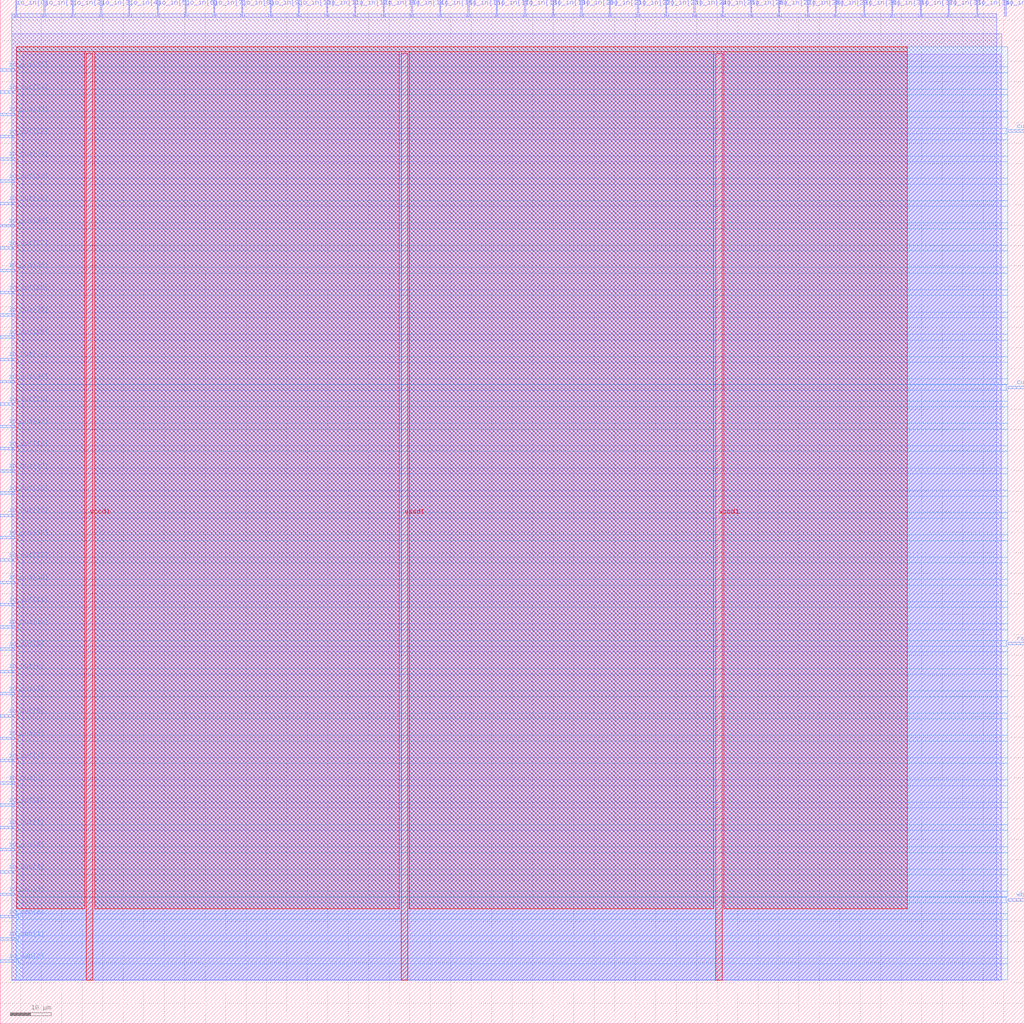
<source format=lef>
VERSION 5.7 ;
  NOWIREEXTENSIONATPIN ON ;
  DIVIDERCHAR "/" ;
  BUSBITCHARS "[]" ;
MACRO wrapped_8x305
  CLASS BLOCK ;
  FOREIGN wrapped_8x305 ;
  ORIGIN 0.000 0.000 ;
  SIZE 250.000 BY 250.000 ;
  PIN custom_settings[0]
    DIRECTION INPUT ;
    USE SIGNAL ;
    ANTENNAGATEAREA 0.196500 ;
    PORT
      LAYER met3 ;
        RECT 246.000 155.080 250.000 155.680 ;
    END
  END custom_settings[0]
  PIN custom_settings[1]
    DIRECTION INPUT ;
    USE SIGNAL ;
    ANTENNAGATEAREA 0.126000 ;
    PORT
      LAYER met3 ;
        RECT 246.000 217.640 250.000 218.240 ;
    END
  END custom_settings[1]
  PIN io_in[0]
    DIRECTION INPUT ;
    USE SIGNAL ;
    PORT
      LAYER met2 ;
        RECT 3.770 246.000 4.050 250.000 ;
    END
  END io_in[0]
  PIN io_in[10]
    DIRECTION INPUT ;
    USE SIGNAL ;
    ANTENNAGATEAREA 0.196500 ;
    PORT
      LAYER met2 ;
        RECT 72.770 246.000 73.050 250.000 ;
    END
  END io_in[10]
  PIN io_in[11]
    DIRECTION INPUT ;
    USE SIGNAL ;
    PORT
      LAYER met2 ;
        RECT 79.670 246.000 79.950 250.000 ;
    END
  END io_in[11]
  PIN io_in[12]
    DIRECTION INPUT ;
    USE SIGNAL ;
    PORT
      LAYER met2 ;
        RECT 86.570 246.000 86.850 250.000 ;
    END
  END io_in[12]
  PIN io_in[13]
    DIRECTION INPUT ;
    USE SIGNAL ;
    PORT
      LAYER met2 ;
        RECT 93.470 246.000 93.750 250.000 ;
    END
  END io_in[13]
  PIN io_in[14]
    DIRECTION INPUT ;
    USE SIGNAL ;
    PORT
      LAYER met2 ;
        RECT 100.370 246.000 100.650 250.000 ;
    END
  END io_in[14]
  PIN io_in[15]
    DIRECTION INPUT ;
    USE SIGNAL ;
    PORT
      LAYER met2 ;
        RECT 107.270 246.000 107.550 250.000 ;
    END
  END io_in[15]
  PIN io_in[16]
    DIRECTION INPUT ;
    USE SIGNAL ;
    ANTENNAGATEAREA 0.213000 ;
    PORT
      LAYER met2 ;
        RECT 114.170 246.000 114.450 250.000 ;
    END
  END io_in[16]
  PIN io_in[17]
    DIRECTION INPUT ;
    USE SIGNAL ;
    ANTENNAGATEAREA 0.213000 ;
    PORT
      LAYER met2 ;
        RECT 121.070 246.000 121.350 250.000 ;
    END
  END io_in[17]
  PIN io_in[18]
    DIRECTION INPUT ;
    USE SIGNAL ;
    ANTENNAGATEAREA 0.213000 ;
    PORT
      LAYER met2 ;
        RECT 127.970 246.000 128.250 250.000 ;
    END
  END io_in[18]
  PIN io_in[19]
    DIRECTION INPUT ;
    USE SIGNAL ;
    ANTENNAGATEAREA 0.213000 ;
    PORT
      LAYER met2 ;
        RECT 134.870 246.000 135.150 250.000 ;
    END
  END io_in[19]
  PIN io_in[1]
    DIRECTION INPUT ;
    USE SIGNAL ;
    PORT
      LAYER met2 ;
        RECT 10.670 246.000 10.950 250.000 ;
    END
  END io_in[1]
  PIN io_in[20]
    DIRECTION INPUT ;
    USE SIGNAL ;
    PORT
      LAYER met2 ;
        RECT 141.770 246.000 142.050 250.000 ;
    END
  END io_in[20]
  PIN io_in[21]
    DIRECTION INPUT ;
    USE SIGNAL ;
    PORT
      LAYER met2 ;
        RECT 148.670 246.000 148.950 250.000 ;
    END
  END io_in[21]
  PIN io_in[22]
    DIRECTION INPUT ;
    USE SIGNAL ;
    ANTENNAGATEAREA 0.196500 ;
    PORT
      LAYER met2 ;
        RECT 155.570 246.000 155.850 250.000 ;
    END
  END io_in[22]
  PIN io_in[23]
    DIRECTION INPUT ;
    USE SIGNAL ;
    ANTENNAGATEAREA 0.196500 ;
    PORT
      LAYER met2 ;
        RECT 162.470 246.000 162.750 250.000 ;
    END
  END io_in[23]
  PIN io_in[24]
    DIRECTION INPUT ;
    USE SIGNAL ;
    ANTENNAGATEAREA 0.196500 ;
    PORT
      LAYER met2 ;
        RECT 169.370 246.000 169.650 250.000 ;
    END
  END io_in[24]
  PIN io_in[25]
    DIRECTION INPUT ;
    USE SIGNAL ;
    ANTENNAGATEAREA 0.196500 ;
    PORT
      LAYER met2 ;
        RECT 176.270 246.000 176.550 250.000 ;
    END
  END io_in[25]
  PIN io_in[26]
    DIRECTION INPUT ;
    USE SIGNAL ;
    ANTENNAGATEAREA 0.196500 ;
    PORT
      LAYER met2 ;
        RECT 183.170 246.000 183.450 250.000 ;
    END
  END io_in[26]
  PIN io_in[27]
    DIRECTION INPUT ;
    USE SIGNAL ;
    ANTENNAGATEAREA 0.196500 ;
    PORT
      LAYER met2 ;
        RECT 190.070 246.000 190.350 250.000 ;
    END
  END io_in[27]
  PIN io_in[28]
    DIRECTION INPUT ;
    USE SIGNAL ;
    ANTENNAGATEAREA 0.196500 ;
    PORT
      LAYER met2 ;
        RECT 196.970 246.000 197.250 250.000 ;
    END
  END io_in[28]
  PIN io_in[29]
    DIRECTION INPUT ;
    USE SIGNAL ;
    PORT
      LAYER met2 ;
        RECT 203.870 246.000 204.150 250.000 ;
    END
  END io_in[29]
  PIN io_in[2]
    DIRECTION INPUT ;
    USE SIGNAL ;
    ANTENNAGATEAREA 0.196500 ;
    PORT
      LAYER met2 ;
        RECT 17.570 246.000 17.850 250.000 ;
    END
  END io_in[2]
  PIN io_in[30]
    DIRECTION INPUT ;
    USE SIGNAL ;
    PORT
      LAYER met2 ;
        RECT 210.770 246.000 211.050 250.000 ;
    END
  END io_in[30]
  PIN io_in[31]
    DIRECTION INPUT ;
    USE SIGNAL ;
    PORT
      LAYER met2 ;
        RECT 217.670 246.000 217.950 250.000 ;
    END
  END io_in[31]
  PIN io_in[32]
    DIRECTION INPUT ;
    USE SIGNAL ;
    PORT
      LAYER met2 ;
        RECT 224.570 246.000 224.850 250.000 ;
    END
  END io_in[32]
  PIN io_in[33]
    DIRECTION INPUT ;
    USE SIGNAL ;
    PORT
      LAYER met2 ;
        RECT 231.470 246.000 231.750 250.000 ;
    END
  END io_in[33]
  PIN io_in[34]
    DIRECTION INPUT ;
    USE SIGNAL ;
    PORT
      LAYER met2 ;
        RECT 238.370 246.000 238.650 250.000 ;
    END
  END io_in[34]
  PIN io_in[35]
    DIRECTION INPUT ;
    USE SIGNAL ;
    PORT
      LAYER met2 ;
        RECT 245.270 246.000 245.550 250.000 ;
    END
  END io_in[35]
  PIN io_in[3]
    DIRECTION INPUT ;
    USE SIGNAL ;
    ANTENNAGATEAREA 0.196500 ;
    PORT
      LAYER met2 ;
        RECT 24.470 246.000 24.750 250.000 ;
    END
  END io_in[3]
  PIN io_in[4]
    DIRECTION INPUT ;
    USE SIGNAL ;
    ANTENNAGATEAREA 0.196500 ;
    PORT
      LAYER met2 ;
        RECT 31.370 246.000 31.650 250.000 ;
    END
  END io_in[4]
  PIN io_in[5]
    DIRECTION INPUT ;
    USE SIGNAL ;
    ANTENNAGATEAREA 0.196500 ;
    PORT
      LAYER met2 ;
        RECT 38.270 246.000 38.550 250.000 ;
    END
  END io_in[5]
  PIN io_in[6]
    DIRECTION INPUT ;
    USE SIGNAL ;
    ANTENNAGATEAREA 0.196500 ;
    PORT
      LAYER met2 ;
        RECT 45.170 246.000 45.450 250.000 ;
    END
  END io_in[6]
  PIN io_in[7]
    DIRECTION INPUT ;
    USE SIGNAL ;
    ANTENNAGATEAREA 0.196500 ;
    PORT
      LAYER met2 ;
        RECT 52.070 246.000 52.350 250.000 ;
    END
  END io_in[7]
  PIN io_in[8]
    DIRECTION INPUT ;
    USE SIGNAL ;
    ANTENNAGATEAREA 0.196500 ;
    PORT
      LAYER met2 ;
        RECT 58.970 246.000 59.250 250.000 ;
    END
  END io_in[8]
  PIN io_in[9]
    DIRECTION INPUT ;
    USE SIGNAL ;
    ANTENNAGATEAREA 0.196500 ;
    PORT
      LAYER met2 ;
        RECT 65.870 246.000 66.150 250.000 ;
    END
  END io_in[9]
  PIN io_oeb[0]
    DIRECTION OUTPUT TRISTATE ;
    USE SIGNAL ;
    ANTENNADIFFAREA 2.673000 ;
    PORT
      LAYER met3 ;
        RECT 0.000 15.000 4.000 15.600 ;
    END
  END io_oeb[0]
  PIN io_oeb[1]
    DIRECTION OUTPUT TRISTATE ;
    USE SIGNAL ;
    ANTENNADIFFAREA 2.673000 ;
    PORT
      LAYER met3 ;
        RECT 0.000 20.440 4.000 21.040 ;
    END
  END io_oeb[1]
  PIN io_oeb[2]
    DIRECTION OUTPUT TRISTATE ;
    USE SIGNAL ;
    ANTENNADIFFAREA 2.673000 ;
    PORT
      LAYER met3 ;
        RECT 0.000 25.880 4.000 26.480 ;
    END
  END io_oeb[2]
  PIN io_oeb[3]
    DIRECTION OUTPUT TRISTATE ;
    USE SIGNAL ;
    ANTENNADIFFAREA 2.673000 ;
    PORT
      LAYER met3 ;
        RECT 0.000 31.320 4.000 31.920 ;
    END
  END io_oeb[3]
  PIN io_oeb[4]
    DIRECTION OUTPUT TRISTATE ;
    USE SIGNAL ;
    ANTENNADIFFAREA 2.673000 ;
    PORT
      LAYER met3 ;
        RECT 0.000 36.760 4.000 37.360 ;
    END
  END io_oeb[4]
  PIN io_out[0]
    DIRECTION OUTPUT TRISTATE ;
    USE SIGNAL ;
    ANTENNADIFFAREA 2.673000 ;
    PORT
      LAYER met3 ;
        RECT 0.000 42.200 4.000 42.800 ;
    END
  END io_out[0]
  PIN io_out[10]
    DIRECTION OUTPUT TRISTATE ;
    USE SIGNAL ;
    ANTENNADIFFAREA 2.673000 ;
    PORT
      LAYER met3 ;
        RECT 0.000 96.600 4.000 97.200 ;
    END
  END io_out[10]
  PIN io_out[11]
    DIRECTION OUTPUT TRISTATE ;
    USE SIGNAL ;
    ANTENNADIFFAREA 2.673000 ;
    PORT
      LAYER met3 ;
        RECT 0.000 102.040 4.000 102.640 ;
    END
  END io_out[11]
  PIN io_out[12]
    DIRECTION OUTPUT TRISTATE ;
    USE SIGNAL ;
    ANTENNADIFFAREA 2.673000 ;
    PORT
      LAYER met3 ;
        RECT 0.000 107.480 4.000 108.080 ;
    END
  END io_out[12]
  PIN io_out[13]
    DIRECTION OUTPUT TRISTATE ;
    USE SIGNAL ;
    ANTENNADIFFAREA 2.673000 ;
    PORT
      LAYER met3 ;
        RECT 0.000 112.920 4.000 113.520 ;
    END
  END io_out[13]
  PIN io_out[14]
    DIRECTION OUTPUT TRISTATE ;
    USE SIGNAL ;
    ANTENNADIFFAREA 2.673000 ;
    PORT
      LAYER met3 ;
        RECT 0.000 118.360 4.000 118.960 ;
    END
  END io_out[14]
  PIN io_out[15]
    DIRECTION OUTPUT TRISTATE ;
    USE SIGNAL ;
    ANTENNADIFFAREA 2.673000 ;
    PORT
      LAYER met3 ;
        RECT 0.000 123.800 4.000 124.400 ;
    END
  END io_out[15]
  PIN io_out[16]
    DIRECTION OUTPUT TRISTATE ;
    USE SIGNAL ;
    ANTENNADIFFAREA 2.673000 ;
    PORT
      LAYER met3 ;
        RECT 0.000 129.240 4.000 129.840 ;
    END
  END io_out[16]
  PIN io_out[17]
    DIRECTION OUTPUT TRISTATE ;
    USE SIGNAL ;
    ANTENNADIFFAREA 2.673000 ;
    PORT
      LAYER met3 ;
        RECT 0.000 134.680 4.000 135.280 ;
    END
  END io_out[17]
  PIN io_out[18]
    DIRECTION OUTPUT TRISTATE ;
    USE SIGNAL ;
    ANTENNADIFFAREA 2.673000 ;
    PORT
      LAYER met3 ;
        RECT 0.000 140.120 4.000 140.720 ;
    END
  END io_out[18]
  PIN io_out[19]
    DIRECTION OUTPUT TRISTATE ;
    USE SIGNAL ;
    ANTENNADIFFAREA 2.673000 ;
    PORT
      LAYER met3 ;
        RECT 0.000 145.560 4.000 146.160 ;
    END
  END io_out[19]
  PIN io_out[1]
    DIRECTION OUTPUT TRISTATE ;
    USE SIGNAL ;
    ANTENNADIFFAREA 2.673000 ;
    PORT
      LAYER met3 ;
        RECT 0.000 47.640 4.000 48.240 ;
    END
  END io_out[1]
  PIN io_out[20]
    DIRECTION OUTPUT TRISTATE ;
    USE SIGNAL ;
    ANTENNADIFFAREA 2.673000 ;
    PORT
      LAYER met3 ;
        RECT 0.000 151.000 4.000 151.600 ;
    END
  END io_out[20]
  PIN io_out[21]
    DIRECTION OUTPUT TRISTATE ;
    USE SIGNAL ;
    ANTENNADIFFAREA 2.673000 ;
    PORT
      LAYER met3 ;
        RECT 0.000 156.440 4.000 157.040 ;
    END
  END io_out[21]
  PIN io_out[22]
    DIRECTION OUTPUT TRISTATE ;
    USE SIGNAL ;
    PORT
      LAYER met3 ;
        RECT 0.000 161.880 4.000 162.480 ;
    END
  END io_out[22]
  PIN io_out[23]
    DIRECTION OUTPUT TRISTATE ;
    USE SIGNAL ;
    PORT
      LAYER met3 ;
        RECT 0.000 167.320 4.000 167.920 ;
    END
  END io_out[23]
  PIN io_out[24]
    DIRECTION OUTPUT TRISTATE ;
    USE SIGNAL ;
    PORT
      LAYER met3 ;
        RECT 0.000 172.760 4.000 173.360 ;
    END
  END io_out[24]
  PIN io_out[25]
    DIRECTION OUTPUT TRISTATE ;
    USE SIGNAL ;
    PORT
      LAYER met3 ;
        RECT 0.000 178.200 4.000 178.800 ;
    END
  END io_out[25]
  PIN io_out[26]
    DIRECTION OUTPUT TRISTATE ;
    USE SIGNAL ;
    PORT
      LAYER met3 ;
        RECT 0.000 183.640 4.000 184.240 ;
    END
  END io_out[26]
  PIN io_out[27]
    DIRECTION OUTPUT TRISTATE ;
    USE SIGNAL ;
    PORT
      LAYER met3 ;
        RECT 0.000 189.080 4.000 189.680 ;
    END
  END io_out[27]
  PIN io_out[28]
    DIRECTION OUTPUT TRISTATE ;
    USE SIGNAL ;
    PORT
      LAYER met3 ;
        RECT 0.000 194.520 4.000 195.120 ;
    END
  END io_out[28]
  PIN io_out[29]
    DIRECTION OUTPUT TRISTATE ;
    USE SIGNAL ;
    ANTENNADIFFAREA 2.673000 ;
    PORT
      LAYER met3 ;
        RECT 0.000 199.960 4.000 200.560 ;
    END
  END io_out[29]
  PIN io_out[2]
    DIRECTION OUTPUT TRISTATE ;
    USE SIGNAL ;
    PORT
      LAYER met3 ;
        RECT 0.000 53.080 4.000 53.680 ;
    END
  END io_out[2]
  PIN io_out[30]
    DIRECTION OUTPUT TRISTATE ;
    USE SIGNAL ;
    ANTENNADIFFAREA 2.673000 ;
    PORT
      LAYER met3 ;
        RECT 0.000 205.400 4.000 206.000 ;
    END
  END io_out[30]
  PIN io_out[31]
    DIRECTION OUTPUT TRISTATE ;
    USE SIGNAL ;
    ANTENNADIFFAREA 2.673000 ;
    PORT
      LAYER met3 ;
        RECT 0.000 210.840 4.000 211.440 ;
    END
  END io_out[31]
  PIN io_out[32]
    DIRECTION OUTPUT TRISTATE ;
    USE SIGNAL ;
    ANTENNADIFFAREA 2.673000 ;
    PORT
      LAYER met3 ;
        RECT 0.000 216.280 4.000 216.880 ;
    END
  END io_out[32]
  PIN io_out[33]
    DIRECTION OUTPUT TRISTATE ;
    USE SIGNAL ;
    ANTENNADIFFAREA 2.673000 ;
    PORT
      LAYER met3 ;
        RECT 0.000 221.720 4.000 222.320 ;
    END
  END io_out[33]
  PIN io_out[34]
    DIRECTION OUTPUT TRISTATE ;
    USE SIGNAL ;
    ANTENNADIFFAREA 2.673000 ;
    PORT
      LAYER met3 ;
        RECT 0.000 227.160 4.000 227.760 ;
    END
  END io_out[34]
  PIN io_out[35]
    DIRECTION OUTPUT TRISTATE ;
    USE SIGNAL ;
    ANTENNADIFFAREA 2.673000 ;
    PORT
      LAYER met3 ;
        RECT 0.000 232.600 4.000 233.200 ;
    END
  END io_out[35]
  PIN io_out[3]
    DIRECTION OUTPUT TRISTATE ;
    USE SIGNAL ;
    ANTENNADIFFAREA 2.673000 ;
    PORT
      LAYER met3 ;
        RECT 0.000 58.520 4.000 59.120 ;
    END
  END io_out[3]
  PIN io_out[4]
    DIRECTION OUTPUT TRISTATE ;
    USE SIGNAL ;
    ANTENNADIFFAREA 2.673000 ;
    PORT
      LAYER met3 ;
        RECT 0.000 63.960 4.000 64.560 ;
    END
  END io_out[4]
  PIN io_out[5]
    DIRECTION OUTPUT TRISTATE ;
    USE SIGNAL ;
    ANTENNADIFFAREA 2.673000 ;
    PORT
      LAYER met3 ;
        RECT 0.000 69.400 4.000 70.000 ;
    END
  END io_out[5]
  PIN io_out[6]
    DIRECTION OUTPUT TRISTATE ;
    USE SIGNAL ;
    ANTENNADIFFAREA 2.673000 ;
    PORT
      LAYER met3 ;
        RECT 0.000 74.840 4.000 75.440 ;
    END
  END io_out[6]
  PIN io_out[7]
    DIRECTION OUTPUT TRISTATE ;
    USE SIGNAL ;
    ANTENNADIFFAREA 2.673000 ;
    PORT
      LAYER met3 ;
        RECT 0.000 80.280 4.000 80.880 ;
    END
  END io_out[7]
  PIN io_out[8]
    DIRECTION OUTPUT TRISTATE ;
    USE SIGNAL ;
    ANTENNADIFFAREA 2.673000 ;
    PORT
      LAYER met3 ;
        RECT 0.000 85.720 4.000 86.320 ;
    END
  END io_out[8]
  PIN io_out[9]
    DIRECTION OUTPUT TRISTATE ;
    USE SIGNAL ;
    ANTENNADIFFAREA 2.673000 ;
    PORT
      LAYER met3 ;
        RECT 0.000 91.160 4.000 91.760 ;
    END
  END io_out[9]
  PIN rst_n
    DIRECTION INPUT ;
    USE SIGNAL ;
    ANTENNAGATEAREA 0.213000 ;
    PORT
      LAYER met3 ;
        RECT 246.000 92.520 250.000 93.120 ;
    END
  END rst_n
  PIN vccd1
    DIRECTION INOUT ;
    USE POWER ;
    PORT
      LAYER met4 ;
        RECT 21.040 10.640 22.640 236.880 ;
    END
    PORT
      LAYER met4 ;
        RECT 174.640 10.640 176.240 236.880 ;
    END
  END vccd1
  PIN vssd1
    DIRECTION INOUT ;
    USE GROUND ;
    PORT
      LAYER met4 ;
        RECT 97.840 10.640 99.440 236.880 ;
    END
  END vssd1
  PIN wb_clk_i
    DIRECTION INPUT ;
    USE SIGNAL ;
    ANTENNAGATEAREA 0.852000 ;
    PORT
      LAYER met3 ;
        RECT 246.000 29.960 250.000 30.560 ;
    END
  END wb_clk_i
  OBS
      LAYER li1 ;
        RECT 5.520 10.795 244.260 236.725 ;
      LAYER met1 ;
        RECT 2.830 10.640 244.560 241.700 ;
      LAYER met2 ;
        RECT 2.860 245.720 3.490 246.570 ;
        RECT 4.330 245.720 10.390 246.570 ;
        RECT 11.230 245.720 17.290 246.570 ;
        RECT 18.130 245.720 24.190 246.570 ;
        RECT 25.030 245.720 31.090 246.570 ;
        RECT 31.930 245.720 37.990 246.570 ;
        RECT 38.830 245.720 44.890 246.570 ;
        RECT 45.730 245.720 51.790 246.570 ;
        RECT 52.630 245.720 58.690 246.570 ;
        RECT 59.530 245.720 65.590 246.570 ;
        RECT 66.430 245.720 72.490 246.570 ;
        RECT 73.330 245.720 79.390 246.570 ;
        RECT 80.230 245.720 86.290 246.570 ;
        RECT 87.130 245.720 93.190 246.570 ;
        RECT 94.030 245.720 100.090 246.570 ;
        RECT 100.930 245.720 106.990 246.570 ;
        RECT 107.830 245.720 113.890 246.570 ;
        RECT 114.730 245.720 120.790 246.570 ;
        RECT 121.630 245.720 127.690 246.570 ;
        RECT 128.530 245.720 134.590 246.570 ;
        RECT 135.430 245.720 141.490 246.570 ;
        RECT 142.330 245.720 148.390 246.570 ;
        RECT 149.230 245.720 155.290 246.570 ;
        RECT 156.130 245.720 162.190 246.570 ;
        RECT 163.030 245.720 169.090 246.570 ;
        RECT 169.930 245.720 175.990 246.570 ;
        RECT 176.830 245.720 182.890 246.570 ;
        RECT 183.730 245.720 189.790 246.570 ;
        RECT 190.630 245.720 196.690 246.570 ;
        RECT 197.530 245.720 203.590 246.570 ;
        RECT 204.430 245.720 210.490 246.570 ;
        RECT 211.330 245.720 217.390 246.570 ;
        RECT 218.230 245.720 224.290 246.570 ;
        RECT 225.130 245.720 231.190 246.570 ;
        RECT 232.030 245.720 238.090 246.570 ;
        RECT 238.930 245.720 243.240 246.570 ;
        RECT 2.860 10.695 243.240 245.720 ;
      LAYER met3 ;
        RECT 3.950 233.600 246.000 238.505 ;
        RECT 4.400 232.200 246.000 233.600 ;
        RECT 3.950 228.160 246.000 232.200 ;
        RECT 4.400 226.760 246.000 228.160 ;
        RECT 3.950 222.720 246.000 226.760 ;
        RECT 4.400 221.320 246.000 222.720 ;
        RECT 3.950 218.640 246.000 221.320 ;
        RECT 3.950 217.280 245.600 218.640 ;
        RECT 4.400 217.240 245.600 217.280 ;
        RECT 4.400 215.880 246.000 217.240 ;
        RECT 3.950 211.840 246.000 215.880 ;
        RECT 4.400 210.440 246.000 211.840 ;
        RECT 3.950 206.400 246.000 210.440 ;
        RECT 4.400 205.000 246.000 206.400 ;
        RECT 3.950 200.960 246.000 205.000 ;
        RECT 4.400 199.560 246.000 200.960 ;
        RECT 3.950 195.520 246.000 199.560 ;
        RECT 4.400 194.120 246.000 195.520 ;
        RECT 3.950 190.080 246.000 194.120 ;
        RECT 4.400 188.680 246.000 190.080 ;
        RECT 3.950 184.640 246.000 188.680 ;
        RECT 4.400 183.240 246.000 184.640 ;
        RECT 3.950 179.200 246.000 183.240 ;
        RECT 4.400 177.800 246.000 179.200 ;
        RECT 3.950 173.760 246.000 177.800 ;
        RECT 4.400 172.360 246.000 173.760 ;
        RECT 3.950 168.320 246.000 172.360 ;
        RECT 4.400 166.920 246.000 168.320 ;
        RECT 3.950 162.880 246.000 166.920 ;
        RECT 4.400 161.480 246.000 162.880 ;
        RECT 3.950 157.440 246.000 161.480 ;
        RECT 4.400 156.080 246.000 157.440 ;
        RECT 4.400 156.040 245.600 156.080 ;
        RECT 3.950 154.680 245.600 156.040 ;
        RECT 3.950 152.000 246.000 154.680 ;
        RECT 4.400 150.600 246.000 152.000 ;
        RECT 3.950 146.560 246.000 150.600 ;
        RECT 4.400 145.160 246.000 146.560 ;
        RECT 3.950 141.120 246.000 145.160 ;
        RECT 4.400 139.720 246.000 141.120 ;
        RECT 3.950 135.680 246.000 139.720 ;
        RECT 4.400 134.280 246.000 135.680 ;
        RECT 3.950 130.240 246.000 134.280 ;
        RECT 4.400 128.840 246.000 130.240 ;
        RECT 3.950 124.800 246.000 128.840 ;
        RECT 4.400 123.400 246.000 124.800 ;
        RECT 3.950 119.360 246.000 123.400 ;
        RECT 4.400 117.960 246.000 119.360 ;
        RECT 3.950 113.920 246.000 117.960 ;
        RECT 4.400 112.520 246.000 113.920 ;
        RECT 3.950 108.480 246.000 112.520 ;
        RECT 4.400 107.080 246.000 108.480 ;
        RECT 3.950 103.040 246.000 107.080 ;
        RECT 4.400 101.640 246.000 103.040 ;
        RECT 3.950 97.600 246.000 101.640 ;
        RECT 4.400 96.200 246.000 97.600 ;
        RECT 3.950 93.520 246.000 96.200 ;
        RECT 3.950 92.160 245.600 93.520 ;
        RECT 4.400 92.120 245.600 92.160 ;
        RECT 4.400 90.760 246.000 92.120 ;
        RECT 3.950 86.720 246.000 90.760 ;
        RECT 4.400 85.320 246.000 86.720 ;
        RECT 3.950 81.280 246.000 85.320 ;
        RECT 4.400 79.880 246.000 81.280 ;
        RECT 3.950 75.840 246.000 79.880 ;
        RECT 4.400 74.440 246.000 75.840 ;
        RECT 3.950 70.400 246.000 74.440 ;
        RECT 4.400 69.000 246.000 70.400 ;
        RECT 3.950 64.960 246.000 69.000 ;
        RECT 4.400 63.560 246.000 64.960 ;
        RECT 3.950 59.520 246.000 63.560 ;
        RECT 4.400 58.120 246.000 59.520 ;
        RECT 3.950 54.080 246.000 58.120 ;
        RECT 4.400 52.680 246.000 54.080 ;
        RECT 3.950 48.640 246.000 52.680 ;
        RECT 4.400 47.240 246.000 48.640 ;
        RECT 3.950 43.200 246.000 47.240 ;
        RECT 4.400 41.800 246.000 43.200 ;
        RECT 3.950 37.760 246.000 41.800 ;
        RECT 4.400 36.360 246.000 37.760 ;
        RECT 3.950 32.320 246.000 36.360 ;
        RECT 4.400 30.960 246.000 32.320 ;
        RECT 4.400 30.920 245.600 30.960 ;
        RECT 3.950 29.560 245.600 30.920 ;
        RECT 3.950 26.880 246.000 29.560 ;
        RECT 4.400 25.480 246.000 26.880 ;
        RECT 3.950 21.440 246.000 25.480 ;
        RECT 4.400 20.040 246.000 21.440 ;
        RECT 3.950 16.000 246.000 20.040 ;
        RECT 4.400 14.600 246.000 16.000 ;
        RECT 3.950 10.715 246.000 14.600 ;
      LAYER met4 ;
        RECT 3.975 237.280 221.425 238.505 ;
        RECT 3.975 28.055 20.640 237.280 ;
        RECT 23.040 28.055 97.440 237.280 ;
        RECT 99.840 28.055 174.240 237.280 ;
        RECT 176.640 28.055 221.425 237.280 ;
  END
END wrapped_8x305
END LIBRARY


</source>
